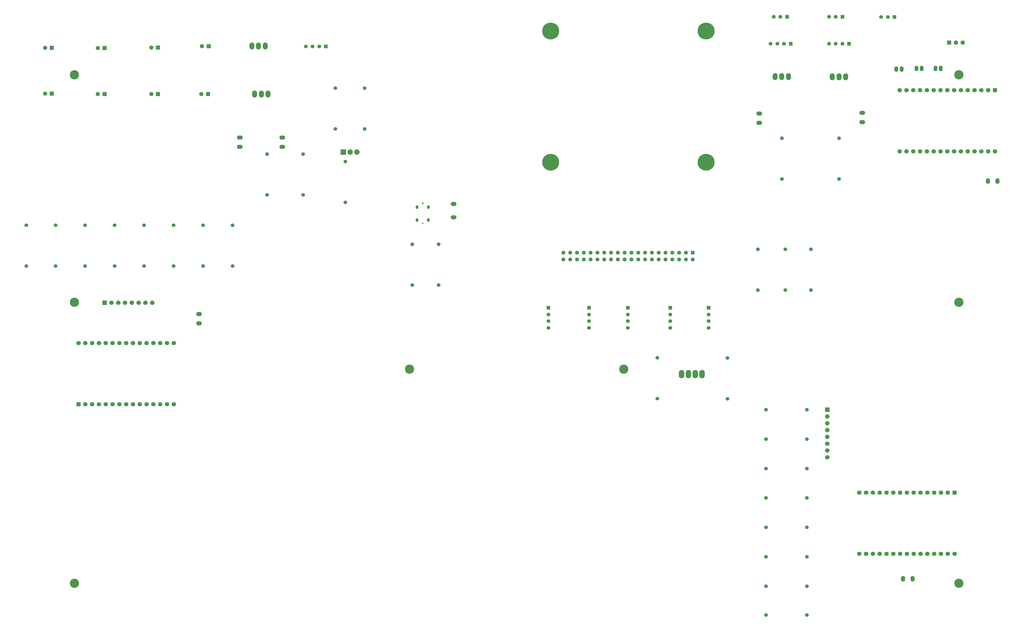
<source format=gbs>
G04*
G04 #@! TF.GenerationSoftware,Altium Limited,Altium Designer,24.1.2 (44)*
G04*
G04 Layer_Color=16711935*
%FSLAX25Y25*%
%MOIN*%
G70*
G04*
G04 #@! TF.SameCoordinates,7BB0C798-B388-47C6-955D-DBFAA0C4EE40*
G04*
G04*
G04 #@! TF.FilePolarity,Negative*
G04*
G01*
G75*
%ADD21O,0.08668X0.05912*%
%ADD22O,0.08274X0.06306*%
%ADD23C,0.13543*%
%ADD24R,0.06424X0.06424*%
%ADD25C,0.06424*%
%ADD26O,0.05518X0.08077*%
%ADD27C,0.05400*%
%ADD28R,0.05512X0.05512*%
%ADD29C,0.05512*%
%ADD30C,0.02047*%
G04:AMPARAMS|DCode=31|XSize=28.35mil|YSize=20.47mil|CornerRadius=10.24mil|HoleSize=0mil|Usage=FLASHONLY|Rotation=90.000|XOffset=0mil|YOffset=0mil|HoleType=Round|Shape=RoundedRectangle|*
%AMROUNDEDRECTD31*
21,1,0.02835,0.00000,0,0,90.0*
21,1,0.00787,0.02047,0,0,90.0*
1,1,0.02047,0.00000,0.00394*
1,1,0.02047,0.00000,-0.00394*
1,1,0.02047,0.00000,-0.00394*
1,1,0.02047,0.00000,0.00394*
%
%ADD31ROUNDEDRECTD31*%
G04:AMPARAMS|DCode=32|XSize=53.15mil|YSize=43.31mil|CornerRadius=21.65mil|HoleSize=0mil|Usage=FLASHONLY|Rotation=90.000|XOffset=0mil|YOffset=0mil|HoleType=Round|Shape=RoundedRectangle|*
%AMROUNDEDRECTD32*
21,1,0.05315,0.00000,0,0,90.0*
21,1,0.00984,0.04331,0,0,90.0*
1,1,0.04331,0.00000,0.00492*
1,1,0.04331,0.00000,-0.00492*
1,1,0.04331,0.00000,-0.00492*
1,1,0.04331,0.00000,0.00492*
%
%ADD32ROUNDEDRECTD32*%
%ADD33C,0.06551*%
%ADD34R,0.06551X0.06551*%
%ADD35C,0.06102*%
%ADD36R,0.06102X0.06102*%
%ADD37R,0.06551X0.06551*%
%ADD38O,0.07290X0.10243*%
%ADD39R,0.07874X0.07874*%
%ADD40C,0.07874*%
%ADD41C,0.24810*%
%ADD42O,0.06306X0.08274*%
%ADD43R,0.06400X0.06400*%
%ADD44C,0.06400*%
%ADD45C,0.05794*%
%ADD46R,0.05794X0.05794*%
%ADD47O,0.08274X0.12211*%
%ADD48R,0.05512X0.05512*%
D21*
X1275500Y776713D02*
D03*
Y790492D02*
D03*
X1124000Y775658D02*
D03*
Y789437D02*
D03*
X423500Y740220D02*
D03*
Y754000D02*
D03*
X361000Y740220D02*
D03*
Y754000D02*
D03*
X675000Y656343D02*
D03*
Y636657D02*
D03*
D22*
X301000Y494390D02*
D03*
Y480610D02*
D03*
D23*
X925197Y413386D02*
D03*
X610236D02*
D03*
X1417323Y846457D02*
D03*
Y511811D02*
D03*
Y98425D02*
D03*
X118110Y846457D02*
D03*
Y511811D02*
D03*
Y98425D02*
D03*
D24*
X1470500Y823633D02*
D03*
X1410973Y231500D02*
D03*
X124027Y361500D02*
D03*
D25*
X1460500Y823633D02*
D03*
X1450500D02*
D03*
X1440500D02*
D03*
X1430500D02*
D03*
X1420500D02*
D03*
X1410500D02*
D03*
X1400500D02*
D03*
X1390500D02*
D03*
X1380500D02*
D03*
X1370500D02*
D03*
X1360500D02*
D03*
X1350500D02*
D03*
X1340500D02*
D03*
X1330500D02*
D03*
Y733633D02*
D03*
X1340500D02*
D03*
X1350500D02*
D03*
X1360500D02*
D03*
X1370500D02*
D03*
X1380500D02*
D03*
X1390500D02*
D03*
X1400500D02*
D03*
X1410500D02*
D03*
X1420500D02*
D03*
X1430500D02*
D03*
X1440500D02*
D03*
X1450500D02*
D03*
X1460500D02*
D03*
X1470500D02*
D03*
X1400973Y231500D02*
D03*
X1390973D02*
D03*
X1380973D02*
D03*
X1370973D02*
D03*
X1360973D02*
D03*
X1350973D02*
D03*
X1340973D02*
D03*
X1330973D02*
D03*
X1320973D02*
D03*
X1310973D02*
D03*
X1300973D02*
D03*
X1290973D02*
D03*
X1280973D02*
D03*
X1270973D02*
D03*
Y141500D02*
D03*
X1280973D02*
D03*
X1290973D02*
D03*
X1300973D02*
D03*
X1310973D02*
D03*
X1320973D02*
D03*
X1330973D02*
D03*
X1340973D02*
D03*
X1350973D02*
D03*
X1360973D02*
D03*
X1370973D02*
D03*
X1380973D02*
D03*
X1390973D02*
D03*
X1400973D02*
D03*
X1410973D02*
D03*
X124027Y451500D02*
D03*
X134027D02*
D03*
X144027D02*
D03*
X154027D02*
D03*
X164027D02*
D03*
X174027D02*
D03*
X184027D02*
D03*
X194027D02*
D03*
X204027D02*
D03*
X214027D02*
D03*
X224027D02*
D03*
X234027D02*
D03*
X244027D02*
D03*
X254027D02*
D03*
X264027D02*
D03*
Y361500D02*
D03*
X254027D02*
D03*
X244027D02*
D03*
X234027D02*
D03*
X224027D02*
D03*
X214027D02*
D03*
X204027D02*
D03*
X194027D02*
D03*
X184027D02*
D03*
X174027D02*
D03*
X164027D02*
D03*
X154027D02*
D03*
X144027D02*
D03*
X134027D02*
D03*
D26*
X1362874Y855630D02*
D03*
X1355000D02*
D03*
X1333322Y854559D02*
D03*
X1325448D02*
D03*
X1383000Y855630D02*
D03*
X1390874D02*
D03*
D27*
X1241343Y693000D02*
D03*
Y753000D02*
D03*
X1077500Y369592D02*
D03*
Y429592D02*
D03*
X974500Y370000D02*
D03*
Y430000D02*
D03*
X1194000Y137232D02*
D03*
X1134000D02*
D03*
Y93925D02*
D03*
X1194000D02*
D03*
X1134000Y267154D02*
D03*
X1194000D02*
D03*
X1134000Y180539D02*
D03*
X1194000D02*
D03*
X1134000Y310461D02*
D03*
X1194000D02*
D03*
X1134000Y223847D02*
D03*
X1194000D02*
D03*
Y353768D02*
D03*
X1134000D02*
D03*
Y51500D02*
D03*
X1194000D02*
D03*
X47244Y625000D02*
D03*
Y565000D02*
D03*
X90551Y625000D02*
D03*
Y565000D02*
D03*
X133858D02*
D03*
Y625000D02*
D03*
X177165Y565000D02*
D03*
Y625000D02*
D03*
X220472D02*
D03*
Y565000D02*
D03*
X263779Y625000D02*
D03*
Y565000D02*
D03*
X307087D02*
D03*
Y625000D02*
D03*
X350394Y565000D02*
D03*
Y625000D02*
D03*
X544555Y766500D02*
D03*
Y826500D02*
D03*
X501445Y766500D02*
D03*
Y826500D02*
D03*
X516000Y718500D02*
D03*
Y658500D02*
D03*
X401087Y729500D02*
D03*
Y669500D02*
D03*
X453978D02*
D03*
Y729500D02*
D03*
X614500Y537000D02*
D03*
Y597000D02*
D03*
X653000D02*
D03*
Y537000D02*
D03*
X1157319Y753000D02*
D03*
Y693000D02*
D03*
X1122000Y529500D02*
D03*
Y589500D02*
D03*
X1200000D02*
D03*
Y529500D02*
D03*
X1162500D02*
D03*
Y589500D02*
D03*
D28*
X487500Y888000D02*
D03*
X1322843Y931303D02*
D03*
X1256185Y892000D02*
D03*
X1246342Y931500D02*
D03*
X1165000D02*
D03*
X1170343Y892000D02*
D03*
D29*
X477658Y888000D02*
D03*
X467815D02*
D03*
X457972D02*
D03*
X1303158Y931303D02*
D03*
X1313000D02*
D03*
X1226657Y892000D02*
D03*
X1236500D02*
D03*
X1246342D02*
D03*
X1226657Y931500D02*
D03*
X1236500D02*
D03*
X1155157D02*
D03*
X1145315D02*
D03*
X1140815Y892000D02*
D03*
X1150657D02*
D03*
X1160500D02*
D03*
X814500Y474000D02*
D03*
Y483843D02*
D03*
Y493685D02*
D03*
X931067Y474000D02*
D03*
Y483843D02*
D03*
Y493685D02*
D03*
X874000D02*
D03*
Y483843D02*
D03*
Y474000D02*
D03*
X993500D02*
D03*
Y483843D02*
D03*
Y493685D02*
D03*
X1049689Y474000D02*
D03*
Y483843D02*
D03*
Y493685D02*
D03*
D30*
X629724Y627500D02*
D03*
D31*
Y657028D02*
D03*
D32*
X638189Y651713D02*
D03*
Y632815D02*
D03*
X621260Y651713D02*
D03*
Y632815D02*
D03*
D33*
X1224000Y343768D02*
D03*
Y323768D02*
D03*
Y333768D02*
D03*
Y303768D02*
D03*
Y313768D02*
D03*
Y283768D02*
D03*
Y293768D02*
D03*
X172500Y511000D02*
D03*
X192500D02*
D03*
X182500D02*
D03*
X212500D02*
D03*
X202500D02*
D03*
X232500D02*
D03*
X222500D02*
D03*
D34*
X1224000Y353768D02*
D03*
D35*
X75000Y818500D02*
D03*
X305462Y888456D02*
D03*
X304500Y817976D02*
D03*
X152500Y885575D02*
D03*
Y817976D02*
D03*
X231000D02*
D03*
Y886433D02*
D03*
X75000Y886000D02*
D03*
D36*
X84842Y818500D02*
D03*
X315305Y888456D02*
D03*
X314342Y817976D02*
D03*
X162343Y885575D02*
D03*
Y817976D02*
D03*
X240843D02*
D03*
Y886433D02*
D03*
X84842Y886000D02*
D03*
D37*
X162500Y511000D02*
D03*
D38*
X1241343Y843339D02*
D03*
X1251185D02*
D03*
X1231500D02*
D03*
X382815Y818075D02*
D03*
X402500D02*
D03*
X392657D02*
D03*
X378658Y888555D02*
D03*
X398342D02*
D03*
X388500D02*
D03*
X1147315Y843500D02*
D03*
X1167000D02*
D03*
X1157158D02*
D03*
D39*
X513000Y732500D02*
D03*
D40*
X523000D02*
D03*
X533000D02*
D03*
D41*
X817827Y717500D02*
D03*
X1046173D02*
D03*
X817827Y910500D02*
D03*
X1046173D02*
D03*
D42*
X1474000Y690000D02*
D03*
X1460221D02*
D03*
X1349279Y105000D02*
D03*
X1335500D02*
D03*
D43*
X1403000Y893500D02*
D03*
D44*
X1413000D02*
D03*
X1423000D02*
D03*
D45*
X836327Y574500D02*
D03*
Y584500D02*
D03*
X846327Y574500D02*
D03*
Y584500D02*
D03*
X856327Y574500D02*
D03*
Y584500D02*
D03*
X866327Y574500D02*
D03*
Y584500D02*
D03*
X876327Y574500D02*
D03*
Y584500D02*
D03*
X886327Y574500D02*
D03*
Y584500D02*
D03*
X896327Y574500D02*
D03*
Y584500D02*
D03*
X906327Y574500D02*
D03*
Y584500D02*
D03*
X916327Y574500D02*
D03*
Y584500D02*
D03*
X926327Y574500D02*
D03*
Y584500D02*
D03*
X936327Y574500D02*
D03*
Y584500D02*
D03*
X946327Y574500D02*
D03*
Y584500D02*
D03*
X956327Y574500D02*
D03*
Y584500D02*
D03*
X966327Y574500D02*
D03*
Y584500D02*
D03*
X976327Y574500D02*
D03*
Y584500D02*
D03*
X986327Y574500D02*
D03*
Y584500D02*
D03*
X996327Y574500D02*
D03*
Y584500D02*
D03*
X1006327Y574500D02*
D03*
Y584500D02*
D03*
X1016327Y574500D02*
D03*
Y584500D02*
D03*
X1026327Y574500D02*
D03*
D46*
Y584500D02*
D03*
D47*
X1030000Y406000D02*
D03*
X1010000D02*
D03*
X1040000D02*
D03*
X1020000D02*
D03*
D48*
X814500Y503528D02*
D03*
X931067D02*
D03*
X874000D02*
D03*
X993500D02*
D03*
X1049689D02*
D03*
M02*

</source>
